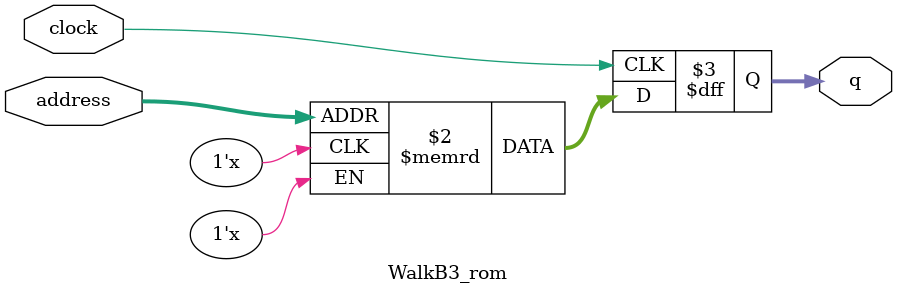
<source format=sv>
module WalkB3_rom (
	input logic clock,
	input logic [12:0] address,
	output logic [2:0] q
);

logic [2:0] memory [0:5399] /* synthesis ram_init_file = "./WalkB3/WalkB3.mif" */;

always_ff @ (posedge clock) begin
	q <= memory[address];
end

endmodule

</source>
